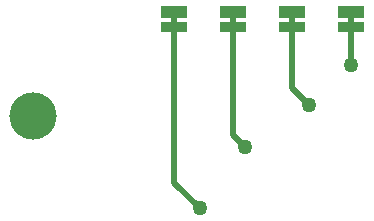
<source format=gbl>
G04*
G04 #@! TF.GenerationSoftware,Altium Limited,Altium Designer,18.0.7 (293)*
G04*
G04 Layer_Physical_Order=2*
G04 Layer_Color=16711680*
%FSLAX25Y25*%
%MOIN*%
G70*
G01*
G75*
%ADD19C,0.02000*%
%ADD20C,0.15748*%
%ADD21C,0.05000*%
%ADD22R,0.09055X0.04331*%
%ADD23R,0.09055X0.03347*%
D19*
X430900Y371500D02*
Y388971D01*
X431102Y389173D01*
X411417Y384134D02*
Y389173D01*
Y363683D02*
Y384134D01*
Y363683D02*
X417100Y358000D01*
X391732Y384134D02*
Y389173D01*
Y347868D02*
Y384134D01*
Y347868D02*
X395700Y343900D01*
X372047Y384134D02*
Y389173D01*
Y332053D02*
Y384134D01*
Y332053D02*
X380500Y323600D01*
D20*
X324803Y354331D02*
D03*
D21*
X430900Y371500D02*
D03*
X380500Y323600D02*
D03*
X417100Y358000D02*
D03*
X395700Y343900D02*
D03*
D22*
X431102Y389173D02*
D03*
X411417D02*
D03*
X391732D02*
D03*
X372047D02*
D03*
D23*
X431102Y384134D02*
D03*
X411417D02*
D03*
X391732D02*
D03*
X372047D02*
D03*
M02*

</source>
